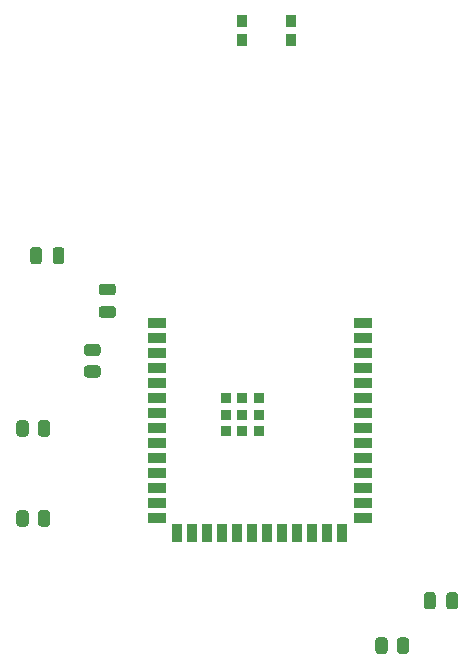
<source format=gtp>
%TF.GenerationSoftware,KiCad,Pcbnew,7.0.9*%
%TF.CreationDate,2023-12-15T11:13:56+01:00*%
%TF.ProjectId,TestPCB_Small,54657374-5043-4425-9f53-6d616c6c2e6b,rev?*%
%TF.SameCoordinates,Original*%
%TF.FileFunction,Paste,Top*%
%TF.FilePolarity,Positive*%
%FSLAX46Y46*%
G04 Gerber Fmt 4.6, Leading zero omitted, Abs format (unit mm)*
G04 Created by KiCad (PCBNEW 7.0.9) date 2023-12-15 11:13:56*
%MOMM*%
%LPD*%
G01*
G04 APERTURE LIST*
%ADD10R,1.500000X0.900000*%
%ADD11R,0.900000X1.500000*%
%ADD12R,0.900000X0.900000*%
%ADD13R,0.900000X1.000000*%
G04 APERTURE END LIST*
G36*
G01*
X216055000Y-110040000D02*
X216055000Y-110940000D01*
G75*
G02*
X215805000Y-111190000I-250000J0D01*
G01*
X215280000Y-111190000D01*
G75*
G02*
X215030000Y-110940000I0J250000D01*
G01*
X215030000Y-110040000D01*
G75*
G02*
X215280000Y-109790000I250000J0D01*
G01*
X215805000Y-109790000D01*
G75*
G02*
X216055000Y-110040000I0J-250000D01*
G01*
G37*
G36*
G01*
X214230000Y-110040000D02*
X214230000Y-110940000D01*
G75*
G02*
X213980000Y-111190000I-250000J0D01*
G01*
X213455000Y-111190000D01*
G75*
G02*
X213205000Y-110940000I0J250000D01*
G01*
X213205000Y-110040000D01*
G75*
G02*
X213455000Y-109790000I250000J0D01*
G01*
X213980000Y-109790000D01*
G75*
G02*
X214230000Y-110040000I0J-250000D01*
G01*
G37*
G36*
G01*
X185665000Y-91640000D02*
X185665000Y-92540000D01*
G75*
G02*
X185415000Y-92790000I-250000J0D01*
G01*
X184890000Y-92790000D01*
G75*
G02*
X184640000Y-92540000I0J250000D01*
G01*
X184640000Y-91640000D01*
G75*
G02*
X184890000Y-91390000I250000J0D01*
G01*
X185415000Y-91390000D01*
G75*
G02*
X185665000Y-91640000I0J-250000D01*
G01*
G37*
G36*
G01*
X183840000Y-91640000D02*
X183840000Y-92540000D01*
G75*
G02*
X183590000Y-92790000I-250000J0D01*
G01*
X183065000Y-92790000D01*
G75*
G02*
X182815000Y-92540000I0J250000D01*
G01*
X182815000Y-91640000D01*
G75*
G02*
X183065000Y-91390000I250000J0D01*
G01*
X183590000Y-91390000D01*
G75*
G02*
X183840000Y-91640000I0J-250000D01*
G01*
G37*
G36*
G01*
X217310000Y-107155000D02*
X217310000Y-106205000D01*
G75*
G02*
X217560000Y-105955000I250000J0D01*
G01*
X218060000Y-105955000D01*
G75*
G02*
X218310000Y-106205000I0J-250000D01*
G01*
X218310000Y-107155000D01*
G75*
G02*
X218060000Y-107405000I-250000J0D01*
G01*
X217560000Y-107405000D01*
G75*
G02*
X217310000Y-107155000I0J250000D01*
G01*
G37*
G36*
G01*
X219210000Y-107155000D02*
X219210000Y-106205000D01*
G75*
G02*
X219460000Y-105955000I250000J0D01*
G01*
X219960000Y-105955000D01*
G75*
G02*
X220210000Y-106205000I0J-250000D01*
G01*
X220210000Y-107155000D01*
G75*
G02*
X219960000Y-107405000I-250000J0D01*
G01*
X219460000Y-107405000D01*
G75*
G02*
X219210000Y-107155000I0J250000D01*
G01*
G37*
G36*
G01*
X183970000Y-77945000D02*
X183970000Y-76995000D01*
G75*
G02*
X184220000Y-76745000I250000J0D01*
G01*
X184720000Y-76745000D01*
G75*
G02*
X184970000Y-76995000I0J-250000D01*
G01*
X184970000Y-77945000D01*
G75*
G02*
X184720000Y-78195000I-250000J0D01*
G01*
X184220000Y-78195000D01*
G75*
G02*
X183970000Y-77945000I0J250000D01*
G01*
G37*
G36*
G01*
X185870000Y-77945000D02*
X185870000Y-76995000D01*
G75*
G02*
X186120000Y-76745000I250000J0D01*
G01*
X186620000Y-76745000D01*
G75*
G02*
X186870000Y-76995000I0J-250000D01*
G01*
X186870000Y-77945000D01*
G75*
G02*
X186620000Y-78195000I-250000J0D01*
G01*
X186120000Y-78195000D01*
G75*
G02*
X185870000Y-77945000I0J250000D01*
G01*
G37*
G36*
G01*
X189680000Y-87785000D02*
X188780000Y-87785000D01*
G75*
G02*
X188530000Y-87535000I0J250000D01*
G01*
X188530000Y-87010000D01*
G75*
G02*
X188780000Y-86760000I250000J0D01*
G01*
X189680000Y-86760000D01*
G75*
G02*
X189930000Y-87010000I0J-250000D01*
G01*
X189930000Y-87535000D01*
G75*
G02*
X189680000Y-87785000I-250000J0D01*
G01*
G37*
G36*
G01*
X189680000Y-85960000D02*
X188780000Y-85960000D01*
G75*
G02*
X188530000Y-85710000I0J250000D01*
G01*
X188530000Y-85185000D01*
G75*
G02*
X188780000Y-84935000I250000J0D01*
G01*
X189680000Y-84935000D01*
G75*
G02*
X189930000Y-85185000I0J-250000D01*
G01*
X189930000Y-85710000D01*
G75*
G02*
X189680000Y-85960000I-250000J0D01*
G01*
G37*
G36*
G01*
X190975000Y-82730000D02*
X190025000Y-82730000D01*
G75*
G02*
X189775000Y-82480000I0J250000D01*
G01*
X189775000Y-81980000D01*
G75*
G02*
X190025000Y-81730000I250000J0D01*
G01*
X190975000Y-81730000D01*
G75*
G02*
X191225000Y-81980000I0J-250000D01*
G01*
X191225000Y-82480000D01*
G75*
G02*
X190975000Y-82730000I-250000J0D01*
G01*
G37*
G36*
G01*
X190975000Y-80830000D02*
X190025000Y-80830000D01*
G75*
G02*
X189775000Y-80580000I0J250000D01*
G01*
X189775000Y-80080000D01*
G75*
G02*
X190025000Y-79830000I250000J0D01*
G01*
X190975000Y-79830000D01*
G75*
G02*
X191225000Y-80080000I0J-250000D01*
G01*
X191225000Y-80580000D01*
G75*
G02*
X190975000Y-80830000I-250000J0D01*
G01*
G37*
D10*
X194680000Y-83200000D03*
X194680000Y-84470000D03*
X194680000Y-85740000D03*
X194680000Y-87010000D03*
X194680000Y-88280000D03*
X194680000Y-89550000D03*
X194680000Y-90820000D03*
X194680000Y-92090000D03*
X194680000Y-93360000D03*
X194680000Y-94630000D03*
X194680000Y-95900000D03*
X194680000Y-97170000D03*
X194680000Y-98440000D03*
X194680000Y-99710000D03*
D11*
X196445000Y-100960000D03*
X197715000Y-100960000D03*
X198985000Y-100960000D03*
X200255000Y-100960000D03*
X201525000Y-100960000D03*
X202795000Y-100960000D03*
X204065000Y-100960000D03*
X205335000Y-100960000D03*
X206605000Y-100960000D03*
X207875000Y-100960000D03*
X209145000Y-100960000D03*
X210415000Y-100960000D03*
D10*
X212180000Y-99710000D03*
X212180000Y-98440000D03*
X212180000Y-97170000D03*
X212180000Y-95900000D03*
X212180000Y-94630000D03*
X212180000Y-93360000D03*
X212180000Y-92090000D03*
X212180000Y-90820000D03*
X212180000Y-89550000D03*
X212180000Y-88280000D03*
X212180000Y-87010000D03*
X212180000Y-85740000D03*
X212180000Y-84470000D03*
X212180000Y-83200000D03*
D12*
X200530000Y-89520000D03*
X200530000Y-90920000D03*
X200530000Y-92320000D03*
X200530000Y-92320000D03*
X201930000Y-89520000D03*
X201930000Y-89520000D03*
X201930000Y-90920000D03*
X201930000Y-92320000D03*
X203330000Y-89520000D03*
X203330000Y-90920000D03*
X203330000Y-92320000D03*
D13*
X201930000Y-59220000D03*
X206030000Y-59220000D03*
X206030000Y-57620000D03*
X201930000Y-57620000D03*
G36*
G01*
X185665000Y-99260000D02*
X185665000Y-100160000D01*
G75*
G02*
X185415000Y-100410000I-250000J0D01*
G01*
X184890000Y-100410000D01*
G75*
G02*
X184640000Y-100160000I0J250000D01*
G01*
X184640000Y-99260000D01*
G75*
G02*
X184890000Y-99010000I250000J0D01*
G01*
X185415000Y-99010000D01*
G75*
G02*
X185665000Y-99260000I0J-250000D01*
G01*
G37*
G36*
G01*
X183840000Y-99260000D02*
X183840000Y-100160000D01*
G75*
G02*
X183590000Y-100410000I-250000J0D01*
G01*
X183065000Y-100410000D01*
G75*
G02*
X182815000Y-100160000I0J250000D01*
G01*
X182815000Y-99260000D01*
G75*
G02*
X183065000Y-99010000I250000J0D01*
G01*
X183590000Y-99010000D01*
G75*
G02*
X183840000Y-99260000I0J-250000D01*
G01*
G37*
M02*

</source>
